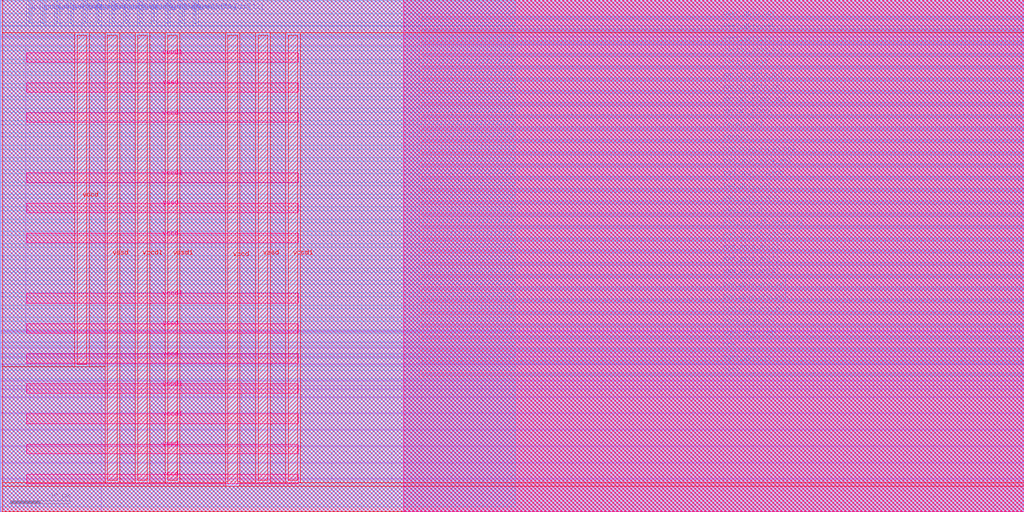
<source format=lef>
VERSION 5.7 ;
  NOWIREEXTENSIONATPIN ON ;
  DIVIDERCHAR "/" ;
  BUSBITCHARS "[]" ;
MACRO gpio_control_block
  CLASS BLOCK ;
  FOREIGN gpio_control_block ;
  ORIGIN 0.000 0.000 ;
  SIZE 170.000 BY 85.000 ;
  PIN gpio_defaults[0]
    DIRECTION INPUT ;
    USE SIGNAL ;
    PORT
      LAYER met2 ;
        RECT 4.690 81.000 4.970 85.000 ;
    END
  END gpio_defaults[0]
  PIN gpio_defaults[10]
    DIRECTION INPUT ;
    USE SIGNAL ;
    PORT
      LAYER met2 ;
        RECT 27.690 81.000 27.970 85.000 ;
    END
  END gpio_defaults[10]
  PIN gpio_defaults[11]
    DIRECTION INPUT ;
    USE SIGNAL ;
    PORT
      LAYER met2 ;
        RECT 29.990 81.000 30.270 85.000 ;
    END
  END gpio_defaults[11]
  PIN gpio_defaults[12]
    DIRECTION INPUT ;
    USE SIGNAL ;
    PORT
      LAYER met2 ;
        RECT 32.290 81.000 32.570 85.000 ;
    END
  END gpio_defaults[12]
  PIN gpio_defaults[1]
    DIRECTION INPUT ;
    USE SIGNAL ;
    PORT
      LAYER met2 ;
        RECT 6.990 81.000 7.270 85.000 ;
    END
  END gpio_defaults[1]
  PIN gpio_defaults[2]
    DIRECTION INPUT ;
    USE SIGNAL ;
    PORT
      LAYER met2 ;
        RECT 9.290 81.000 9.570 85.000 ;
    END
  END gpio_defaults[2]
  PIN gpio_defaults[3]
    DIRECTION INPUT ;
    USE SIGNAL ;
    PORT
      LAYER met2 ;
        RECT 11.590 81.000 11.870 85.000 ;
    END
  END gpio_defaults[3]
  PIN gpio_defaults[4]
    DIRECTION INPUT ;
    USE SIGNAL ;
    PORT
      LAYER met2 ;
        RECT 13.890 81.000 14.170 85.000 ;
    END
  END gpio_defaults[4]
  PIN gpio_defaults[5]
    DIRECTION INPUT ;
    USE SIGNAL ;
    PORT
      LAYER met2 ;
        RECT 16.190 81.000 16.470 85.000 ;
    END
  END gpio_defaults[5]
  PIN gpio_defaults[6]
    DIRECTION INPUT ;
    USE SIGNAL ;
    PORT
      LAYER met2 ;
        RECT 18.490 81.000 18.770 85.000 ;
    END
  END gpio_defaults[6]
  PIN gpio_defaults[7]
    DIRECTION INPUT ;
    USE SIGNAL ;
    PORT
      LAYER met2 ;
        RECT 20.790 81.000 21.070 85.000 ;
    END
  END gpio_defaults[7]
  PIN gpio_defaults[8]
    DIRECTION INPUT ;
    USE SIGNAL ;
    PORT
      LAYER met2 ;
        RECT 23.090 81.000 23.370 85.000 ;
    END
  END gpio_defaults[8]
  PIN gpio_defaults[9]
    DIRECTION INPUT ;
    USE SIGNAL ;
    PORT
      LAYER met2 ;
        RECT 25.390 81.000 25.670 85.000 ;
    END
  END gpio_defaults[9]
  PIN mgmt_gpio_in
    DIRECTION OUTPUT TRISTATE ;
    USE SIGNAL ;
    PORT
      LAYER met3 ;
        RECT 70.000 24.520 170.000 25.120 ;
    END
  END mgmt_gpio_in
  PIN mgmt_gpio_oeb
    DIRECTION INPUT ;
    USE SIGNAL ;
    PORT
      LAYER met3 ;
        RECT 70.000 28.600 170.000 29.200 ;
    END
  END mgmt_gpio_oeb
  PIN mgmt_gpio_out
    DIRECTION INPUT ;
    USE SIGNAL ;
    PORT
      LAYER met3 ;
        RECT 70.000 30.640 170.000 31.240 ;
    END
  END mgmt_gpio_out
  PIN one
    DIRECTION OUTPUT TRISTATE ;
    USE SIGNAL ;
    PORT
      LAYER met3 ;
        RECT 70.000 26.560 170.000 27.160 ;
    END
  END one
  PIN pad_gpio_ana_en
    DIRECTION OUTPUT TRISTATE ;
    USE SIGNAL ;
    PORT
      LAYER met3 ;
        RECT 70.000 32.680 170.000 33.280 ;
    END
  END pad_gpio_ana_en
  PIN pad_gpio_ana_pol
    DIRECTION OUTPUT TRISTATE ;
    USE SIGNAL ;
    PORT
      LAYER met3 ;
        RECT 70.000 34.720 170.000 35.320 ;
    END
  END pad_gpio_ana_pol
  PIN pad_gpio_ana_sel
    DIRECTION OUTPUT TRISTATE ;
    USE SIGNAL ;
    PORT
      LAYER met3 ;
        RECT 70.000 36.760 170.000 37.360 ;
    END
  END pad_gpio_ana_sel
  PIN pad_gpio_dm[0]
    DIRECTION OUTPUT TRISTATE ;
    USE SIGNAL ;
    PORT
      LAYER met3 ;
        RECT 70.000 38.800 170.000 39.400 ;
    END
  END pad_gpio_dm[0]
  PIN pad_gpio_dm[1]
    DIRECTION OUTPUT TRISTATE ;
    USE SIGNAL ;
    PORT
      LAYER met3 ;
        RECT 70.000 40.840 170.000 41.440 ;
    END
  END pad_gpio_dm[1]
  PIN pad_gpio_dm[2]
    DIRECTION OUTPUT TRISTATE ;
    USE SIGNAL ;
    PORT
      LAYER met3 ;
        RECT 70.000 42.880 170.000 43.480 ;
    END
  END pad_gpio_dm[2]
  PIN pad_gpio_holdover
    DIRECTION OUTPUT TRISTATE ;
    USE SIGNAL ;
    PORT
      LAYER met3 ;
        RECT 70.000 44.920 170.000 45.520 ;
    END
  END pad_gpio_holdover
  PIN pad_gpio_ib_mode_sel
    DIRECTION OUTPUT TRISTATE ;
    USE SIGNAL ;
    PORT
      LAYER met3 ;
        RECT 70.000 46.960 170.000 47.560 ;
    END
  END pad_gpio_ib_mode_sel
  PIN pad_gpio_in
    DIRECTION INPUT ;
    USE SIGNAL ;
    PORT
      LAYER met3 ;
        RECT 70.000 49.000 170.000 49.600 ;
    END
  END pad_gpio_in
  PIN pad_gpio_inenb
    DIRECTION OUTPUT TRISTATE ;
    USE SIGNAL ;
    PORT
      LAYER met3 ;
        RECT 70.000 51.040 170.000 51.640 ;
    END
  END pad_gpio_inenb
  PIN pad_gpio_out
    DIRECTION OUTPUT TRISTATE ;
    USE SIGNAL ;
    PORT
      LAYER met3 ;
        RECT 70.000 53.080 170.000 53.680 ;
    END
  END pad_gpio_out
  PIN pad_gpio_outenb
    DIRECTION OUTPUT TRISTATE ;
    USE SIGNAL ;
    PORT
      LAYER met3 ;
        RECT 70.000 55.120 170.000 55.720 ;
    END
  END pad_gpio_outenb
  PIN pad_gpio_slow_sel
    DIRECTION OUTPUT TRISTATE ;
    USE SIGNAL ;
    PORT
      LAYER met3 ;
        RECT 70.000 57.160 170.000 57.760 ;
    END
  END pad_gpio_slow_sel
  PIN pad_gpio_vtrip_sel
    DIRECTION OUTPUT TRISTATE ;
    USE SIGNAL ;
    PORT
      LAYER met3 ;
        RECT 70.000 59.200 170.000 59.800 ;
    END
  END pad_gpio_vtrip_sel
  PIN resetn
    DIRECTION INPUT ;
    USE SIGNAL ;
    PORT
      LAYER met3 ;
        RECT 70.000 61.240 170.000 61.840 ;
    END
  END resetn
  PIN resetn_out
    DIRECTION OUTPUT TRISTATE ;
    USE SIGNAL ;
    PORT
      LAYER met3 ;
        RECT 70.000 63.280 170.000 63.880 ;
    END
  END resetn_out
  PIN serial_clock
    DIRECTION INPUT ;
    USE SIGNAL ;
    PORT
      LAYER met3 ;
        RECT 70.000 65.320 170.000 65.920 ;
    END
  END serial_clock
  PIN serial_clock_out
    DIRECTION OUTPUT TRISTATE ;
    USE SIGNAL ;
    PORT
      LAYER met3 ;
        RECT 70.000 67.360 170.000 67.960 ;
    END
  END serial_clock_out
  PIN serial_data_in
    DIRECTION INPUT ;
    USE SIGNAL ;
    PORT
      LAYER met3 ;
        RECT 70.000 69.400 170.000 70.000 ;
    END
  END serial_data_in
  PIN serial_data_out
    DIRECTION OUTPUT TRISTATE ;
    USE SIGNAL ;
    PORT
      LAYER met3 ;
        RECT 70.000 71.440 170.000 72.040 ;
    END
  END serial_data_out
  PIN serial_load
    DIRECTION INPUT ;
    USE SIGNAL ;
    PORT
      LAYER met3 ;
        RECT 70.000 73.480 170.000 74.080 ;
    END
  END serial_load
  PIN serial_load_out
    DIRECTION OUTPUT TRISTATE ;
    USE SIGNAL ;
    PORT
      LAYER met3 ;
        RECT 70.000 75.520 170.000 76.120 ;
    END
  END serial_load_out
  PIN user_gpio_in
    DIRECTION OUTPUT TRISTATE ;
    USE SIGNAL ;
    PORT
      LAYER met3 ;
        RECT 70.000 77.560 170.000 78.160 ;
    END
  END user_gpio_in
  PIN user_gpio_oeb
    DIRECTION INPUT ;
    USE SIGNAL ;
    PORT
      LAYER met3 ;
        RECT 70.000 79.600 170.000 80.200 ;
    END
  END user_gpio_oeb
  PIN user_gpio_out
    DIRECTION INPUT ;
    USE SIGNAL ;
    PORT
      LAYER met3 ;
        RECT 70.000 81.640 170.000 82.240 ;
    END
  END user_gpio_out
  PIN vccd
    DIRECTION INOUT ;
    USE POWER ;
    PORT
      LAYER met4 ;
        RECT 12.800 24.465 14.400 79.120 ;
    END
    PORT
      LAYER met4 ;
        RECT 37.800 4.640 39.400 79.120 ;
    END
    PORT
      LAYER met5 ;
        RECT 4.360 4.640 49.460 6.240 ;
    END
    PORT
      LAYER met5 ;
        RECT 4.360 24.640 49.460 26.240 ;
    END
    PORT
      LAYER met5 ;
        RECT 4.360 44.640 49.460 46.240 ;
    END
    PORT
      LAYER met5 ;
        RECT 4.360 64.640 49.460 66.240 ;
    END
  END vccd
  PIN vccd1
    DIRECTION INOUT ;
    USE POWER ;
    PORT
      LAYER met4 ;
        RECT 22.800 5.200 24.400 79.120 ;
    END
    PORT
      LAYER met4 ;
        RECT 47.800 5.200 49.400 79.120 ;
    END
    PORT
      LAYER met5 ;
        RECT 4.360 14.640 49.460 16.240 ;
    END
    PORT
      LAYER met5 ;
        RECT 4.360 34.640 49.460 36.240 ;
    END
    PORT
      LAYER met5 ;
        RECT 4.360 54.640 49.460 56.240 ;
    END
    PORT
      LAYER met5 ;
        RECT 4.360 74.640 49.460 76.240 ;
    END
  END vccd1
  PIN vssd
    DIRECTION INOUT ;
    USE GROUND ;
    PORT
      LAYER met4 ;
        RECT 17.800 5.200 19.400 79.120 ;
    END
    PORT
      LAYER met4 ;
        RECT 42.800 5.200 44.400 79.120 ;
    END
    PORT
      LAYER met5 ;
        RECT 4.360 9.640 49.460 11.240 ;
    END
    PORT
      LAYER met5 ;
        RECT 4.360 29.640 49.460 31.240 ;
    END
    PORT
      LAYER met5 ;
        RECT 4.360 49.640 49.460 51.240 ;
    END
    PORT
      LAYER met5 ;
        RECT 4.360 69.640 49.460 71.240 ;
    END
  END vssd
  PIN vssd1
    DIRECTION INOUT ;
    USE GROUND ;
    PORT
      LAYER met4 ;
        RECT 27.800 5.200 29.400 79.120 ;
    END
    PORT
      LAYER met5 ;
        RECT 4.360 19.640 49.460 21.240 ;
    END
  END vssd1
  PIN zero
    DIRECTION OUTPUT TRISTATE ;
    USE SIGNAL ;
    PORT
      LAYER met3 ;
        RECT 70.000 22.480 170.000 23.080 ;
    END
  END zero
  OBS
      LAYER li1 ;
        RECT 0.000 78.965 169.810 85.000 ;
        RECT 0.000 78.795 4.745 78.965 ;
      LAYER li1 ;
        RECT 4.745 78.795 169.810 78.965 ;
      LAYER li1 ;
        RECT 0.000 77.410 169.810 78.795 ;
        RECT 0.000 77.405 35.045 77.410 ;
      LAYER li1 ;
        RECT 35.045 77.405 169.810 77.410 ;
      LAYER li1 ;
        RECT 0.000 30.025 4.265 77.405 ;
      LAYER li1 ;
        RECT 4.265 30.025 169.810 77.405 ;
      LAYER li1 ;
        RECT 0.000 30.005 16.920 30.025 ;
      LAYER li1 ;
        RECT 16.920 30.005 169.810 30.025 ;
      LAYER li1 ;
        RECT 0.000 29.835 4.745 30.005 ;
      LAYER li1 ;
        RECT 4.745 29.835 169.810 30.005 ;
      LAYER li1 ;
        RECT 0.000 28.225 17.395 29.835 ;
      LAYER li1 ;
        RECT 17.395 28.225 169.810 29.835 ;
      LAYER li1 ;
        RECT 0.000 28.055 16.795 28.225 ;
      LAYER li1 ;
        RECT 16.795 28.055 169.810 28.225 ;
      LAYER li1 ;
        RECT 0.000 27.285 17.395 28.055 ;
      LAYER li1 ;
        RECT 17.395 27.285 169.810 28.055 ;
      LAYER li1 ;
        RECT 0.000 27.115 4.745 27.285 ;
      LAYER li1 ;
        RECT 4.745 27.115 169.810 27.285 ;
      LAYER li1 ;
        RECT 0.000 26.345 19.235 27.115 ;
      LAYER li1 ;
        RECT 19.235 26.345 169.810 27.115 ;
      LAYER li1 ;
        RECT 0.000 25.825 17.855 26.345 ;
      LAYER li1 ;
        RECT 17.855 25.825 169.810 26.345 ;
      LAYER li1 ;
        RECT 0.000 25.655 16.795 25.825 ;
      LAYER li1 ;
        RECT 16.795 25.655 169.810 25.825 ;
      LAYER li1 ;
        RECT 0.000 24.565 19.235 25.655 ;
      LAYER li1 ;
        RECT 19.235 24.565 169.810 25.655 ;
      LAYER li1 ;
        RECT 0.000 24.395 15.325 24.565 ;
      LAYER li1 ;
        RECT 15.325 24.395 169.810 24.565 ;
      LAYER li1 ;
        RECT 0.000 21.845 16.795 24.395 ;
      LAYER li1 ;
        RECT 16.795 21.845 169.810 24.395 ;
      LAYER li1 ;
        RECT 0.000 21.675 15.325 21.845 ;
      LAYER li1 ;
        RECT 15.325 21.675 169.810 21.845 ;
      LAYER li1 ;
        RECT 0.000 20.925 17.855 21.675 ;
      LAYER li1 ;
        RECT 17.855 20.925 169.810 21.675 ;
      LAYER li1 ;
        RECT 0.000 20.385 17.165 20.925 ;
      LAYER li1 ;
        RECT 17.165 20.385 169.810 20.925 ;
      LAYER li1 ;
        RECT 0.000 20.215 16.795 20.385 ;
      LAYER li1 ;
        RECT 16.795 20.215 169.810 20.385 ;
      LAYER li1 ;
        RECT 0.000 19.125 17.855 20.215 ;
      LAYER li1 ;
        RECT 17.855 19.125 169.810 20.215 ;
      LAYER li1 ;
        RECT 0.000 18.955 15.325 19.125 ;
      LAYER li1 ;
        RECT 15.325 18.955 169.810 19.125 ;
      LAYER li1 ;
        RECT 0.000 16.405 16.795 18.955 ;
      LAYER li1 ;
        RECT 16.795 16.405 169.810 18.955 ;
      LAYER li1 ;
        RECT 0.000 16.235 15.325 16.405 ;
      LAYER li1 ;
        RECT 15.325 16.235 169.810 16.405 ;
      LAYER li1 ;
        RECT 0.000 13.685 16.795 16.235 ;
      LAYER li1 ;
        RECT 16.795 13.685 169.810 16.235 ;
      LAYER li1 ;
        RECT 0.000 13.515 15.325 13.685 ;
      LAYER li1 ;
        RECT 15.325 13.515 169.810 13.685 ;
      LAYER li1 ;
        RECT 0.000 10.965 16.795 13.515 ;
      LAYER li1 ;
        RECT 16.795 10.965 169.810 13.515 ;
      LAYER li1 ;
        RECT 0.000 10.795 15.325 10.965 ;
      LAYER li1 ;
        RECT 15.325 10.795 169.810 10.965 ;
      LAYER li1 ;
        RECT 0.000 8.245 16.795 10.795 ;
      LAYER li1 ;
        RECT 16.795 8.245 169.810 10.795 ;
      LAYER li1 ;
        RECT 0.000 8.075 15.325 8.245 ;
      LAYER li1 ;
        RECT 15.325 8.075 169.810 8.245 ;
      LAYER li1 ;
        RECT 0.000 5.525 16.795 8.075 ;
      LAYER li1 ;
        RECT 16.795 5.525 169.810 8.075 ;
      LAYER li1 ;
        RECT 0.000 5.355 15.325 5.525 ;
      LAYER li1 ;
        RECT 15.325 5.355 169.810 5.525 ;
      LAYER li1 ;
        RECT 0.000 0.000 16.795 5.355 ;
      LAYER li1 ;
        RECT 16.795 0.000 169.810 5.355 ;
      LAYER met1 ;
        RECT 0.530 0.000 170.000 85.000 ;
      LAYER met2 ;
        RECT 0.090 80.720 4.410 85.000 ;
        RECT 5.250 80.720 6.710 85.000 ;
        RECT 7.550 80.720 9.010 85.000 ;
        RECT 9.850 80.720 11.310 85.000 ;
        RECT 12.150 80.720 13.610 85.000 ;
        RECT 14.450 80.720 15.910 85.000 ;
        RECT 16.750 80.720 18.210 85.000 ;
        RECT 19.050 80.720 20.510 85.000 ;
        RECT 21.350 80.720 22.810 85.000 ;
        RECT 23.650 80.720 25.110 85.000 ;
        RECT 25.950 80.720 27.410 85.000 ;
        RECT 28.250 80.720 29.710 85.000 ;
        RECT 30.550 80.720 32.010 85.000 ;
        RECT 32.850 80.720 170.000 85.000 ;
        RECT 0.090 0.000 170.000 80.720 ;
      LAYER met3 ;
        RECT 0.065 82.640 85.495 84.825 ;
        RECT 0.065 81.240 69.600 82.640 ;
        RECT 0.065 80.600 85.495 81.240 ;
        RECT 0.065 79.200 69.600 80.600 ;
        RECT 0.065 78.560 85.495 79.200 ;
        RECT 0.065 77.160 69.600 78.560 ;
        RECT 0.065 76.520 85.495 77.160 ;
        RECT 0.065 75.120 69.600 76.520 ;
        RECT 0.065 74.480 85.495 75.120 ;
        RECT 0.065 73.080 69.600 74.480 ;
        RECT 0.065 72.440 85.495 73.080 ;
        RECT 0.065 71.040 69.600 72.440 ;
        RECT 0.065 70.400 85.495 71.040 ;
        RECT 0.065 69.000 69.600 70.400 ;
        RECT 0.065 68.360 85.495 69.000 ;
        RECT 0.065 66.960 69.600 68.360 ;
        RECT 0.065 66.320 85.495 66.960 ;
        RECT 0.065 64.920 69.600 66.320 ;
        RECT 0.065 64.280 85.495 64.920 ;
        RECT 0.065 62.880 69.600 64.280 ;
        RECT 0.065 62.240 85.495 62.880 ;
        RECT 0.065 60.840 69.600 62.240 ;
        RECT 0.065 60.200 85.495 60.840 ;
        RECT 0.065 58.800 69.600 60.200 ;
        RECT 0.065 58.160 85.495 58.800 ;
        RECT 0.065 56.760 69.600 58.160 ;
        RECT 0.065 56.120 85.495 56.760 ;
        RECT 0.065 54.720 69.600 56.120 ;
        RECT 0.065 54.080 85.495 54.720 ;
        RECT 0.065 52.680 69.600 54.080 ;
        RECT 0.065 52.040 85.495 52.680 ;
        RECT 0.065 50.640 69.600 52.040 ;
        RECT 0.065 50.000 85.495 50.640 ;
        RECT 0.065 48.600 69.600 50.000 ;
        RECT 0.065 47.960 85.495 48.600 ;
        RECT 0.065 46.560 69.600 47.960 ;
        RECT 0.065 45.920 85.495 46.560 ;
        RECT 0.065 44.520 69.600 45.920 ;
        RECT 0.065 43.880 85.495 44.520 ;
        RECT 0.065 42.480 69.600 43.880 ;
        RECT 0.065 41.840 85.495 42.480 ;
        RECT 0.065 40.440 69.600 41.840 ;
        RECT 0.065 39.800 85.495 40.440 ;
        RECT 0.065 38.400 69.600 39.800 ;
        RECT 0.065 37.760 85.495 38.400 ;
        RECT 0.065 36.360 69.600 37.760 ;
        RECT 0.065 35.720 85.495 36.360 ;
        RECT 0.065 34.320 69.600 35.720 ;
        RECT 0.065 33.680 85.495 34.320 ;
        RECT 0.065 32.280 69.600 33.680 ;
        RECT 0.065 31.640 85.495 32.280 ;
        RECT 0.065 30.240 69.600 31.640 ;
        RECT 0.065 29.600 85.495 30.240 ;
        RECT 0.065 28.200 69.600 29.600 ;
        RECT 0.065 27.560 85.495 28.200 ;
        RECT 0.065 26.160 69.600 27.560 ;
        RECT 0.065 25.520 85.495 26.160 ;
        RECT 0.065 24.120 69.600 25.520 ;
        RECT 0.065 23.480 85.495 24.120 ;
        RECT 0.065 22.080 69.600 23.480 ;
        RECT 0.065 0.855 85.495 22.080 ;
      LAYER met4 ;
        RECT 0.295 79.520 170.000 85.000 ;
        RECT 0.295 24.065 12.400 79.520 ;
        RECT 14.800 24.065 17.400 79.520 ;
        RECT 0.295 4.800 17.400 24.065 ;
        RECT 19.800 4.800 22.400 79.520 ;
        RECT 24.800 4.800 27.400 79.520 ;
        RECT 29.800 4.800 37.400 79.520 ;
        RECT 0.295 4.240 37.400 4.800 ;
        RECT 39.800 4.800 42.400 79.520 ;
        RECT 44.800 4.800 47.400 79.520 ;
        RECT 49.800 4.800 170.000 79.520 ;
        RECT 39.800 4.240 170.000 4.800 ;
        RECT 0.295 0.000 170.000 4.240 ;
      LAYER met5 ;
        RECT 67.000 0.000 170.000 85.000 ;
  END
END gpio_control_block
END LIBRARY


</source>
